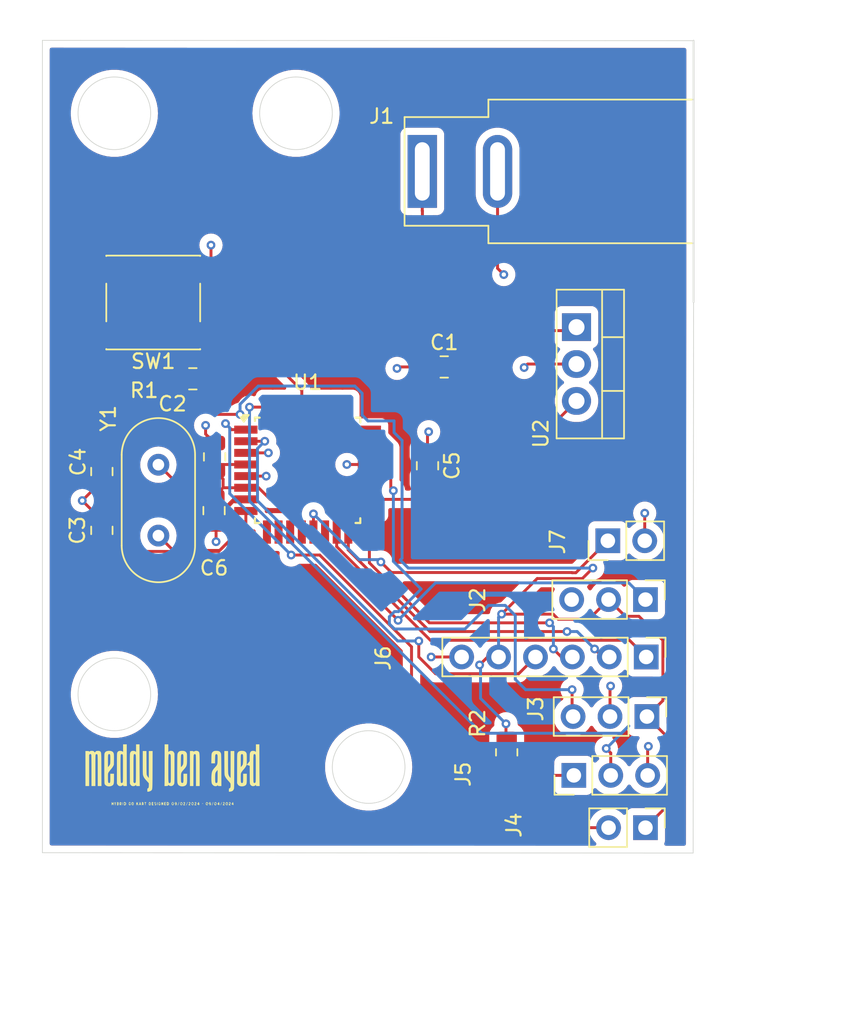
<source format=kicad_pcb>
(kicad_pcb (version 20240108) (generator "pcbnew") (generator_version "8.0")
  (title_block (title "pcb hyb cr") (date "09/03/2024"))
  (layers (0 "F.Cu" signal) (1 "In1.Cu" power) (2 "In2.Cu" power) (31 "B.Cu" signal) (34 "B.Paste" user) (35 "F.Paste" user) (36 "B.SilkS" user "B.Silkscreen") (37 "F.SilkS" user "F.Silkscreen") (38 "B.Mask" user) (39 "F.Mask" user) (44 "Edge.Cuts" user))
  (net 0 "")
  (net 1 "+3.3V")
  (net 5 "GND")
  (net 8 "Net-(U1-XTAL1{slash}PB6)")
  (net 10 "Net-(U1-~{RESET}{slash}PC6)")
  (net 11 "Net-(J4-Pin_2)")
  (net 12 "Net-(J3-Pin_3)")
  (net 13 "Net-(J7-Pin_1)")
  (net 14 "Net-(J6-Pin_3)")
  (net 15 "Net-(U1-AVCC)")
  (net 16 "Net-(J6-Pin_1)")
  (net 18 "Net-(J5-Pin_2)")
  (net 21 "Net-(J6-Pin_4)")
  (net 22 "Net-(J6-Pin_2)")
  (net 26 "Net-(U1-XTAL2{slash}PB7)")
  (net 29 "Net-(J2-Pin_1)")
  (net 30 "Net-(U2-VI)")
  (net 31 "Net-(J5-Pin_1)")
  (footprint "Library:logo" (layer "F.Cu") (at 209.35 139.11)
    (property "Reference" " " (hide yes))
    (property "Value" " " (hide yes))
  )
  (footprint "Capacitor_SMD:C_0805_2012Metric" (layer "F.Cu") (at 204.14 121.21 90)
    (property "Reference" "C3" (at 0 -1.68 90) (layer "F.SilkS"))
    (property "Value" "22pF")
    (pad "1" smd roundrect (at -0.95 0 90) (size 1 1.45) (layers "F.Cu" "F.Paste" "F.Mask") (net 26 "Net-(U1-XTAL2{slash}PB7)"))
    (pad "2" smd roundrect (at 0.95 0 90) (size 1 1.45) (layers "F.Cu" "F.Paste" "F.Mask") (net 5 "GND"))
  )
  (footprint "Capacitor_SMD:C_0805_2012Metric" (layer "F.Cu") (at 211.9 116.15 -90)
    (property "Reference" "C2" (at -3.65 2.9 0) (layer "F.SilkS"))
    (property "Value" "C")
    (pad "1" smd roundrect (at -0.95 0 270) (size 1 1.45) (layers "F.Cu" "F.Paste" "F.Mask") (net 5 "GND"))
    (pad "2" smd roundrect (at 0.95 0 270) (size 1 1.45) (layers "F.Cu" "F.Paste" "F.Mask") (net 15 "Net-(U1-AVCC)"))
  )
  (footprint "Connector_PinHeader_2.54mm:PinHeader_1x02_P2.54mm_Vertical" (layer "F.Cu") (at 241.55 141.675 -90)
    (property "Reference" "J4" (at -0.175 9.05 90) (layer "F.SilkS"))
    (property "Value" "Conn_01x02")
    (pad "1" thru_hole rect (at 0 0 270) (size 1.7 1.7) (drill 1) (layers "*.Cu" "*.Mask") (net 1 "+3.3V"))
    (pad "2" thru_hole oval (at 0 2.54 270) (size 1.7 1.7) (drill 1) (layers "*.Cu" "*.Mask") (net 11 "Net-(J4-Pin_2)"))
  )
  (footprint "Connector_PinHeader_2.54mm:PinHeader_1x06_P2.54mm_Vertical" (layer "F.Cu") (at 241.6 129.925 -90)
    (property "Reference" "J6" (at 0.075 18.1 90) (layer "F.SilkS"))
    (property "Value" "Conn_01x06")
    (pad "1" thru_hole rect (at 0 0 270) (size 1.7 1.7) (drill 1) (layers "*.Cu" "*.Mask") (net 16 "Net-(J6-Pin_1)"))
    (pad "2" thru_hole oval (at 0 2.54 270) (size 1.7 1.7) (drill 1) (layers "*.Cu" "*.Mask") (net 22 "Net-(J6-Pin_2)"))
    (pad "3" thru_hole oval (at 0 5.08 270) (size 1.7 1.7) (drill 1) (layers "*.Cu" "*.Mask") (net 14 "Net-(J6-Pin_3)"))
    (pad "4" thru_hole oval (at 0 7.62 270) (size 1.7 1.7) (drill 1) (layers "*.Cu" "*.Mask") (net 21 "Net-(J6-Pin_4)"))
    (pad "5" thru_hole oval (at 0 10.16 270) (size 1.7 1.7) (drill 1) (layers "*.Cu" "*.Mask") (net 1 "+3.3V"))
    (pad "6" thru_hole oval (at 0 12.7 270) (size 1.7 1.7) (drill 1) (layers "*.Cu" "*.Mask") (net 5 "GND"))
  )
  (footprint "Capacitor_SMD:C_0805_2012Metric" (layer "F.Cu") (at 211.86 119.85 90)
    (property "Reference" "C6" (at -3.95 0 0) (layer "F.SilkS"))
    (property "Value" "C")
    (pad "1" smd roundrect (at -0.95 0 90) (size 1 1.45) (layers "F.Cu" "F.Paste" "F.Mask") (net 5 "GND"))
    (pad "2" smd roundrect (at 0.95 0 90) (size 1 1.45) (layers "F.Cu" "F.Paste" "F.Mask") (net 15 "Net-(U1-AVCC)"))
  )
  (footprint "Button_Switch_SMD:SW_Push_1P1T_NO_6x6mm_H9.5mm" (layer "F.Cu") (at 207.675 105.525 180)
    (property "Reference" "SW1" (at 0 -4.05 0) (layer "F.SilkS"))
    (property "Value" "SW_Push")
    (pad "1" smd rect (at -3.975 -2.25 180) (size 1.55 1.3) (layers "F.Cu" "F.Paste" "F.Mask") (net 10 "Net-(U1-~{RESET}{slash}PC6)"))
    (pad "1" smd rect (at 3.975 -2.25 180) (size 1.55 1.3) (layers "F.Cu" "F.Paste" "F.Mask") (net 10 "Net-(U1-~{RESET}{slash}PC6)"))
    (pad "2" smd rect (at -3.975 2.25 180) (size 1.55 1.3) (layers "F.Cu" "F.Paste" "F.Mask") (net 5 "GND"))
    (pad "2" smd rect (at 3.975 2.25 180) (size 1.55 1.3) (layers "F.Cu" "F.Paste" "F.Mask") (net 5 "GND"))
  )
  (footprint "Package_QFP:TQFP-32_7x7mm_P0.8mm" (layer "F.Cu") (at 218.3 117.075)
    (property "Reference" "U1" (at 0 -6.05 0) (layer "F.SilkS"))
    (property "Value" "ATmega328P-A")
    (pad "1" smd rect (at -4.25 -2.8) (size 1.6 0.55) (layers "F.Cu" "F.Paste" "F.Mask") (net 11 "Net-(J4-Pin_2)"))
    (pad "2" smd rect (at -4.25 -2) (size 1.6 0.55) (layers "F.Cu" "F.Paste" "F.Mask") (net 21 "Net-(J6-Pin_4)"))
    (pad "3" smd rect (at -4.25 -1.2) (size 1.6 0.55) (layers "F.Cu" "F.Paste" "F.Mask") (net 5 "GND"))
    (pad "4" smd rect (at -4.25 -0.4) (size 1.6 0.55) (layers "F.Cu" "F.Paste" "F.Mask") (net 15 "Net-(U1-AVCC)"))
    (pad "5" smd rect (at -4.25 0.4) (size 1.6 0.55) (layers "F.Cu" "F.Paste" "F.Mask") (net 5 "GND"))
    (pad "6" smd rect (at -4.25 1.2) (size 1.6 0.55) (layers "F.Cu" "F.Paste" "F.Mask") (net 15 "Net-(U1-AVCC)"))
    (pad "7" smd rect (at -4.25 2) (size 1.6 0.55) (layers "F.Cu" "F.Paste" "F.Mask") (net 8 "Net-(U1-XTAL1{slash}PB6)"))
    (pad "8" smd rect (at -4.25 2.8) (size 1.6 0.55) (layers "F.Cu" "F.Paste" "F.Mask") (net 26 "Net-(U1-XTAL2{slash}PB7)"))
    (pad "9" smd rect (at -2.8 4.25 90) (size 1.6 0.55) (layers "F.Cu" "F.Paste" "F.Mask"))
    (pad "10" smd rect (at -2 4.25 90) (size 1.6 0.55) (layers "F.Cu" "F.Paste" "F.Mask"))
    (pad "11" smd rect (at -1.2 4.25 90) (size 1.6 0.55) (layers "F.Cu" "F.Paste" "F.Mask"))
    (pad "12" smd rect (at -0.4 4.25 90) (size 1.6 0.55) (layers "F.Cu" "F.Paste" "F.Mask"))
    (pad "13" smd rect (at 0.4 4.25 90) (size 1.6 0.55) (layers "F.Cu" "F.Paste" "F.Mask") (net 13 "Net-(J7-Pin_1)"))
    (pad "14" smd rect (at 1.2 4.25 90) (size 1.6 0.55) (layers "F.Cu" "F.Paste" "F.Mask") (net 29 "Net-(J2-Pin_1)"))
    (pad "15" smd rect (at 2 4.25 90) (size 1.6 0.55) (layers "F.Cu" "F.Paste" "F.Mask") (net 16 "Net-(J6-Pin_1)"))
    (pad "16" smd rect (at 2.8 4.25 90) (size 1.6 0.55) (layers "F.Cu" "F.Paste" "F.Mask") (net 22 "Net-(J6-Pin_2)"))
    (pad "17" smd rect (at 4.25 2.8) (size 1.6 0.55) (layers "F.Cu" "F.Paste" "F.Mask") (net 14 "Net-(J6-Pin_3)"))
    (pad "18" smd rect (at 4.25 2) (size 1.6 0.55) (layers "F.Cu" "F.Paste" "F.Mask") (net 15 "Net-(U1-AVCC)"))
    (pad "19" smd rect (at 4.25 1.2) (size 1.6 0.55) (layers "F.Cu" "F.Paste" "F.Mask"))
    (pad "20" smd rect (at 4.25 0.4) (size 1.6 0.55) (layers "F.Cu" "F.Paste" "F.Mask"))
    (pad "21" smd rect (at 4.25 -0.4) (size 1.6 0.55) (layers "F.Cu" "F.Paste" "F.Mask") (net 5 "GND"))
    (pad "22" smd rect (at 4.25 -1.2) (size 1.6 0.55) (layers "F.Cu" "F.Paste" "F.Mask"))
    (pad "23" smd rect (at 4.25 -2) (size 1.6 0.55) (layers "F.Cu" "F.Paste" "F.Mask") (net 12 "Net-(J3-Pin_3)"))
    (pad "24" smd rect (at 4.25 -2.8) (size 1.6 0.55) (layers "F.Cu" "F.Paste" "F.Mask"))
    (pad "25" smd rect (at 2.8 -4.25 90) (size 1.6 0.55) (layers "F.Cu" "F.Paste" "F.Mask"))
    (pad "26" smd rect (at 2 -4.25 90) (size 1.6 0.55) (layers "F.Cu" "F.Paste" "F.Mask"))
    (pad "27" smd rect (at 1.2 -4.25 90) (size 1.6 0.55) (layers "F.Cu" "F.Paste" "F.Mask"))
    (pad "28" smd rect (at 0.4 -4.25 90) (size 1.6 0.55) (layers "F.Cu" "F.Paste" "F.Mask"))
    (pad "29" smd rect (at -0.4 -4.25 90) (size 1.6 0.55) (layers "F.Cu" "F.Paste" "F.Mask") (net 10 "Net-(U1-~{RESET}{slash}PC6)"))
    (pad "30" smd rect (at -1.2 -4.25 90) (size 1.6 0.55) (layers "F.Cu" "F.Paste" "F.Mask"))
    (pad "31" smd rect (at -2 -4.25 90) (size 1.6 0.55) (layers "F.Cu" "F.Paste" "F.Mask"))
    (pad "32" smd rect (at -2.8 -4.25 90) (size 1.6 0.55) (layers "F.Cu" "F.Paste" "F.Mask") (net 18 "Net-(J5-Pin_2)"))
  )
  (footprint "Capacitor_SMD:C_0805_2012Metric" (layer "F.Cu") (at 210.4 110.775)
    (property "Reference" "R1" (at -3.35 0.8 0) (layer "F.SilkS"))
    (property "Value" "10kΩ" (hide yes))
    (pad "1" smd roundrect (at -0.95 0) (size 1 1.45) (layers "F.Cu" "F.Paste" "F.Mask") (net 1 "+3.3V"))
    (pad "2" smd roundrect (at 0.95 0) (size 1 1.45) (layers "F.Cu" "F.Paste" "F.Mask") (net 10 "Net-(U1-~{RESET}{slash}PC6)"))
  )
  (footprint "Capacitor_SMD:C_0805_2012Metric" (layer "F.Cu") (at 226.55 116.76 -90)
    (property "Reference" "C5" (at 0 -1.68 90) (layer "F.SilkS"))
    (property "Value" "0.1µF")
    (pad "1" smd roundrect (at -0.95 0 270) (size 1 1.45) (layers "F.Cu" "F.Paste" "F.Mask") (net 5 "GND"))
    (pad "2" smd roundrect (at 0.95 0 270) (size 1 1.45) (layers "F.Cu" "F.Paste" "F.Mask") (net 15 "Net-(U1-AVCC)"))
  )
  (footprint "Connector_BarrelJack:BarrelJack_SwitchcraftConxall_RAPC10U_Horizontal" (layer "F.Cu") (at 226.19 96.5 180)
    (property "Reference" "J1" (at 2.79 3.8 0) (layer "F.SilkS"))
    (property "Value" "Barrel_Jack")
    (fp_line (start -18.67 -9) (end -18.67 9) (stroke (width 0.12)) (layer "Edge.Cuts"))
    (pad "1" thru_hole rect (at 0 0 180) (size 2.02 5.02) (drill oval 1.02 4.02) (layers "*.Cu" "*.Mask") (net 30 "Net-(U2-VI)"))
    (pad "2" thru_hole oval (at -5.18 0 180) (size 2.02 5.02) (drill oval 1.02 4.02) (layers "*.Cu" "*.Mask") (net 5 "GND"))
  )
  (footprint "Capacitor_SMD:C_0805_2012Metric" (layer "F.Cu") (at 227.7 109.959314)
    (property "Reference" "C1" (at 0 -1.68 0) (layer "F.SilkS"))
    (property "Value" "0.1µF")
    (pad "1" smd roundrect (at -0.95 0) (size 1 1.45) (layers "F.Cu" "F.Paste" "F.Mask") (net 5 "GND"))
    (pad "2" smd roundrect (at 0.95 0) (size 1 1.45) (layers "F.Cu" "F.Paste" "F.Mask") (net 30 "Net-(U2-VI)"))
  )
  (footprint "Connector_PinHeader_2.54mm:PinHeader_1x03_P2.54mm_Vertical" (layer "F.Cu") (at 241.55 125.975 -90)
    (property "Reference" "J2" (at 0.025 11.55 90) (layer "F.SilkS"))
    (property "Value" "Conn_01x03")
    (pad "1" thru_hole rect (at 0 0 270) (size 1.7 1.7) (drill 1) (layers "*.Cu" "*.Mask") (net 29 "Net-(J2-Pin_1)"))
    (pad "2" thru_hole oval (at 0 2.54 270) (size 1.7 1.7) (drill 1) (layers "*.Cu" "*.Mask") (net 1 "+3.3V"))
    (pad "3" thru_hole oval (at 0 5.08 270) (size 1.7 1.7) (drill 1) (layers "*.Cu" "*.Mask") (net 5 "GND"))
  )
  (footprint "Resistor_SMD:R_0805_2012Metric" (layer "F.Cu") (at 232 136.4875 -90)
    (property "Reference" "R2" (at -1.9875 2 90) (layer "F.SilkS"))
    (property "Value" "10kΩ")
    (pad "1" smd roundrect (at -0.9125 0 270) (size 1.025 1.4) (layers "F.Cu" "F.Paste" "F.Mask") (roundrect_rratio 0.243902) (net 1 "+3.3V"))
    (pad "2" smd roundrect (at 0.9125 0 270) (size 1.025 1.4) (layers "F.Cu" "F.Paste" "F.Mask") (roundrect_rratio 0.243902) (net 31 "Net-(J5-Pin_1)"))
  )
  (footprint "Capacitor_SMD:C_0805_2012Metric" (layer "F.Cu") (at 204.14 117.16 -90)
    (property "Reference" "C4" (at -0.66 1.64 -90) (layer "F.SilkS"))
    (property "Value" "22pF")
    (pad "1" smd roundrect (at -0.95 0 270) (size 1 1.45) (layers "F.Cu" "F.Paste" "F.Mask") (net 8 "Net-(U1-XTAL1{slash}PB6)"))
    (pad "2" smd roundrect (at 0.95 0 270) (size 1 1.45) (layers "F.Cu" "F.Paste" "F.Mask") (net 5 "GND"))
  )
  (footprint "Package_TO_SOT_THT:TO-220-3_Vertical" (layer "F.Cu") (at 236.805 107.219314 -90)
    (property "Reference" "U2" (at 7.33 2.45 90) (layer "F.SilkS"))
    (property "Value" "LM7805_TO220")
    (pad "1" thru_hole rect (at 0 0 270) (size 1.905 2) (drill 1.1) (layers "*.Cu" "*.Mask") (net 30 "Net-(U2-VI)"))
    (pad "2" thru_hole oval (at 2.54 0 270) (size 1.905 2) (drill 1.1) (layers "*.Cu" "*.Mask") (net 5 "GND"))
    (pad "3" thru_hole oval (at 5.08 0 270) (size 1.905 2) (drill 1.1) (layers "*.Cu" "*.Mask") (net 15 "Net-(U1-AVCC)"))
  )
  (footprint "Connector_PinHeader_2.54mm:PinHeader_1x02_P2.54mm_Vertical" (layer "F.Cu") (at 238.96 121.925 90)
    (property "Reference" "J7" (at -0.075 -3.46 90) (layer "F.SilkS"))
    (property "Value" "Conn_01x02")
    (pad "1" thru_hole rect (at 0 0 90) (size 1.7 1.7) (drill 1) (layers "*.Cu" "*.Mask") (net 13 "Net-(J7-Pin_1)"))
    (pad "2" thru_hole oval (at 0 2.54 90) (size 1.7 1.7) (drill 1) (layers "*.Cu" "*.Mask") (net 5 "GND"))
  )
  (footprint "Crystal:Crystal_HC49-U_Vertical" (layer "F.Cu") (at 208.03 116.69 -90)
    (property "Reference" "Y1" (at -3.19 3.45 90) (layer "F.SilkS"))
    (property "Value" "Crystal")
    (pad "1" thru_hole circle (at 0 0 270) (size 1.5 1.5) (drill 0.8) (layers "*.Cu" "*.Mask") (net 8 "Net-(U1-XTAL1{slash}PB6)"))
    (pad "2" thru_hole circle (at 4.88 0 270) (size 1.5 1.5) (drill 0.8) (layers "*.Cu" "*.Mask") (net 26 "Net-(U1-XTAL2{slash}PB7)"))
  )
  (footprint "Connector_PinHeader_2.54mm:PinHeader_1x03_P2.54mm_Vertical" (layer "F.Cu") (at 236.62 138.075 90)
    (property "Reference" "J5" (at 0.075 -7.62 90) (layer "F.SilkS"))
    (property "Value" "Conn_01x03")
    (pad "1" thru_hole rect (at 0 0 90) (size 1.7 1.7) (drill 1) (layers "*.Cu" "*.Mask") (net 31 "Net-(J5-Pin_1)"))
    (pad "2" thru_hole oval (at 0 2.54 90) (size 1.7 1.7) (drill 1) (layers "*.Cu" "*.Mask") (net 18 "Net-(J5-Pin_2)"))
    (pad "3" thru_hole oval (at 0 5.08 90) (size 1.7 1.7) (drill 1) (layers "*.Cu" "*.Mask") (net 5 "GND"))
  )
  (footprint "Connector_PinHeader_2.54mm:PinHeader_1x03_P2.54mm_Vertical" (layer "F.Cu") (at 241.65 134.025 -90)
    (property "Reference" "J3" (at -0.525 7.65 90) (layer "F.SilkS"))
    (property "Value" "Conn_01x03")
    (pad "1" thru_hole rect (at 0 0 270) (size 1.7 1.7) (drill 1) (layers "*.Cu" "*.Mask") (net 1 "+3.3V"))
    (pad "2" thru_hole oval (at 0 2.54 270) (size 1.7 1.7) (drill 1) (layers "*.Cu" "*.Mask") (net 5 "GND"))
    (pad "3" thru_hole oval (at 0 5.08 270) (size 1.7 1.7) (drill 1) (layers "*.Cu" "*.Mask") (net 12 "Net-(J3-Pin_3)"))
  )
  (gr_line (start 244.86 105.5) (end 244.83 143.42) (stroke (width 0.05)) (layer "Edge.Cuts"))
  (gr_line (start 200.05 143.4) (end 244.83 143.42) (stroke (width 0.05)) (layer "Edge.Cuts"))
  (gr_circle (center 222.5 137.5) (end 220 137.5) (stroke (width 0.05)) (fill none) (layer "Edge.Cuts"))
  (gr_circle (center 205 132.5) (end 205 130) (stroke (width 0.05)) (fill none) (layer "Edge.Cuts"))
  (gr_line (start 200.05 87.48) (end 200.05 143.4) (stroke (width 0.05)) (layer "Edge.Cuts"))
  (gr_circle (center 205 92.5) (end 207.5 92.5) (stroke (width 0.05)) (fill none) (layer "Edge.Cuts"))
  (gr_line (start 244.86 87.5) (end 200.05 87.48) (stroke (width 0.05)) (layer "Edge.Cuts"))
  (gr_circle (center 217.5 92.5) (end 217.5 90) (stroke (width 0.05)) (fill none) (layer "Edge.Cuts"))
  (segment (start 240.16 127.125) (end 239.01 125.975) (width 0.2) (layer "F.Cu") (net 1))
  (segment (start 241.55 141.675) (end 242.9 140.325) (width 0.2) (layer "F.Cu") (net 1))
  (segment (start 231.95 134.525) (end 231.95 135.525) (width 0.2) (layer "F.Cu") (net 1))
  (segment (start 234.1 124.525) (end 237.20853 124.525) (width 0.2) (layer "F.Cu") (net 1))
  (segment (start 242.9 140.325) (end 243.2 140.325) (width 0.2) (layer "F.Cu") (net 1))
  (segment (start 230.682885 129.925) (end 230.132885 130.475) (width 0.2) (layer "F.Cu") (net 1))
  (segment (start 231.95 135.525) (end 232 135.575) (width 0.2) (layer "F.Cu") (net 1))
  (segment (start 243.2 140.325) (end 243.2 135.575) (width 0.2) (layer "F.Cu") (net 1))
  (segment (start 231.65 126.975) (end 234.1 124.525) (width 0.2) (layer "F.Cu") (net 1))
  (segment (start 242.75 128.775) (end 241.1 127.125) (width 0.2) (layer "F.Cu") (net 1))
  (segment (start 242.75 132.925) (end 242.75 128.775) (width 0.2) (layer "F.Cu") (net 1))
  (segment (start 237.20853 124.525) (end 237.929265 123.804265) (width 0.2) (layer "F.Cu") (net 1))
  (segment (start 209.45 110.775) (end 211.9 113.225) (width 0.2) (layer "F.Cu") (net 1))
  (segment (start 231.44 129.925) (end 230.682885 129.925) (width 0.2) (layer "F.Cu") (net 1))
  (segment (start 237.658529 127.326471) (end 235.55 127.326471) (width 0.2) (layer "F.Cu") (net 1))
  (segment (start 235.198529 126.975) (end 231.65 126.975) (width 0.2) (layer "F.Cu") (net 1))
  (segment (start 239.01 125.975) (end 237.658529 127.326471) (width 0.2) (layer "F.Cu") (net 1))
  (segment (start 211.9 113.225) (end 213.65 113.225) (width 0.2) (layer "F.Cu") (net 1))
  (segment (start 235.55 127.326471) (end 235.198529 126.975) (width 0.2) (layer "F.Cu") (net 1))
  (segment (start 243.2 135.575) (end 241.65 134.025) (width 0.2) (layer "F.Cu") (net 1))
  (segment (start 241.65 134.025) (end 242.75 132.925) (width 0.2) (layer "F.Cu") (net 1))
  (segment (start 241.1 127.125) (end 240.16 127.125) (width 0.2) (layer "F.Cu") (net 1))
  (via (at 213.65 113.225) (size 0.6) (drill 0.3) (layers "F.Cu" "B.Cu") (net 1))
  (via (at 231.95 134.525) (size 0.6) (drill 0.3) (layers "F.Cu" "B.Cu") (net 1))
  (via (at 237.929265 123.804265) (size 0.6) (drill 0.3) (layers "F.Cu" "B.Cu") (net 1))
  (via (at 231.65 126.975) (size 0.6) (drill 0.3) (layers "F.Cu" "B.Cu") (net 1))
  (via (at 230.132885 130.475) (size 0.6) (drill 0.3) (layers "F.Cu" "B.Cu") (net 1))
  (segment (start 222.05 113.275) (end 222.45 113.675) (width 0.2) (layer "B.Cu") (net 1))
  (segment (start 231.65 126.975) (end 231.44 127.185) (width 0.2) (layer "B.Cu") (net 1))
  (segment (start 224.674632 123.250367) (end 225.22853 123.804265) (width 0.2) (layer "B.Cu") (net 1))
  (segment (start 230.132885 130.475) (end 230.2 130.542115) (width 0.2) (layer "B.Cu") (net 1))
  (segment (start 230.2 130.542115) (end 230.2 132.775) (width 0.2) (layer "B.Cu") (net 1))
  (segment (start 224.8 123.124999) (end 224.674632 123.250367) (width 0.2) (layer "B.Cu") (net 1))
  (segment (start 231.44 127.185) (end 231.44 129.925) (width 0.2) (layer "B.Cu") (net 1))
  (segment (start 222.45 113.675) (end 224.25 113.675) (width 0.2) (layer "B.Cu") (net 1))
  (segment (start 230.2 132.775) (end 231.95 134.525) (width 0.2) (layer "B.Cu") (net 1))
  (segment (start 213.65 112.526471) (end 214.901471 111.275) (width 0.2) (layer "B.Cu") (net 1))
  (segment (start 222.05 111.775) (end 222.05 113.275) (width 0.2) (layer "B.Cu") (net 1))
  (segment (start 221.55 111.275) (end 222.05 111.775) (width 0.2) (layer "B.Cu") (net 1))
  (segment (start 224.8 115.025) (end 224.8 123.124999) (width 0.2) (layer "B.Cu") (net 1))
  (segment (start 224.25 113.675) (end 224.25 114.475) (width 0.2) (layer "B.Cu") (net 1))
  (segment (start 213.65 113.225) (end 213.65 112.526471) (width 0.2) (layer "B.Cu") (net 1))
  (segment (start 214.901471 111.275) (end 221.55 111.275) (width 0.2) (layer "B.Cu") (net 1))
  (segment (start 224.25 114.475) (end 224.8 115.025) (width 0.2) (layer "B.Cu") (net 1))
  (segment (start 225.22853 123.804265) (end 237.929265 123.804265) (width 0.2) (layer "B.Cu") (net 1))
  (segment (start 231.8 103.6) (end 231.37 103.17) (width 0.2) (layer "F.Cu") (net 5))
  (segment (start 241.5 120.025) (end 241.5 121.925) (width 0.2) (layer "F.Cu") (net 5))
  (segment (start 211.65 103.275) (end 203.7 103.275) (width 0.2) (layer "F.Cu") (net 5))
  (segment (start 220.85 116.675) (end 221 116.675) (width 0.2) (layer "F.Cu") (net 5))
  (segment (start 212 120.94) (end 211.86 120.8) (width 0.2) (layer "F.Cu") (net 5))
  (segment (start 239.11 134.025) (end 239.11 131.965) (width 0.2) (layer "F.Cu") (net 5))
  (segment (start 211.65 101.575) (end 211.65 103.275) (width 0.2) (layer "F.Cu") (net 5))
  (segment (start 226.55 114.5) (end 226.63 114.42) (width 0.2) (layer "F.Cu") (net 5))
  (segment (start 226.55 115.81) (end 226.55 114.5) (width 0.2) (layer "F.Cu") (net 5))
  (segment (start 221 116.675) (end 222.55 116.675) (width 0.2) (layer "F.Cu") (net 5))
  (segment (start 236.805 109.759314) (end 233.440686 109.759314) (width 0.2) (layer "F.Cu") (net 5))
  (segment (start 233.440686 109.759314) (end 233.2 110) (width 0.2) (layer "F.Cu") (net 5))
  (segment (start 228.9 129.925) (end 226.8 129.925) (width 0.2) (layer "F.Cu") (net 5))
  (segment (start 241.7 138.075) (end 241.7 136.125) (width 0.2) (layer "F.Cu") (net 5))
  (segment (start 224.55 109.959314) (end 224.45 110.059314) (width 0.2) (layer "F.Cu") (net 5))
  (segment (start 203.84 118.11) (end 202.79 119.16) (width 0.2) (layer "F.Cu") (net 5))
  (segment (start 226.75 109.959314) (end 224.55 109.959314) (width 0.2) (layer "F.Cu") (net 5))
  (segment (start 211.28 114.58) (end 211.9 115.2) (width 0.2) (layer "F.Cu") (net 5))
  (segment (start 241.7 136.125) (end 241.75 136.075) (width 0.2) (layer "F.Cu") (net 5))
  (segment (start 239.11 131.965) (end 239.15 131.925) (width 0.2) (layer "F.Cu") (net 5))
  (segment (start 231.37 103.17) (end 231.37 96.5) (width 0.2) (layer "F.Cu") (net 5))
  (segment (start 215.6 115.875) (end 214.05 115.875) (width 0.2) (layer "F.Cu") (net 5))
  (segment (start 203.89 120.26) (end 202.79 119.16) (width 0.2) (layer "F.Cu") (net 5))
  (segment (start 211.28 113.98) (end 211.28 114.58) (width 0.2) (layer "F.Cu") (net 5))
  (segment (start 215.45 117.475) (end 214.05 117.475) (width 0.2) (layer "F.Cu") (net 5))
  (segment (start 212 121.99) (end 212 120.94) (width 0.2) (layer "F.Cu") (net 5))
  (via (at 212 121.99) (size 0.6) (drill 0.3) (layers "F.Cu" "B.Cu") (net 5))
  (via (at 215.6 115.875) (size 0.6) (drill 0.3) (layers "F.Cu" "B.Cu") (net 5))
  (via (at 202.79 119.16) (size 0.6) (drill 0.3) (layers "F.Cu" "B.Cu") (net 5))
  (via (at 239.15 131.925) (size 0.6) (drill 0.3) (layers "F.Cu" "B.Cu") (net 5))
  (via (at 233.2 110) (size 0.6) (drill 0.3) (layers "F.Cu" "B.Cu") (net 5))
  (via (at 221 116.675) (size 0.6) (drill 0.3) (layers "F.Cu" "B.Cu") (net 5))
  (via (at 211.65 101.575) (size 0.6) (drill 0.3) (layers "F.Cu" "B.Cu") (net 5))
  (via (at 241.5 120.025) (size 0.6) (drill 0.3) (layers "F.Cu" "B.Cu") (net 5))
  (via (at 231.8 103.6) (size 0.6) (drill 0.3) (layers "F.Cu" "B.Cu") (net 5))
  (via (at 226.8 129.925) (size 0.6) (drill 0.3) (layers "F.Cu" "B.Cu") (net 5))
  (via (at 215.45 117.475) (size 0.6) (drill 0.3) (layers "F.Cu" "B.Cu") (net 5))
  (via (at 241.75 136.075) (size 0.6) (drill 0.3) (layers "F.Cu" "B.Cu") (net 5))
  (via (at 211.28 113.98) (size 0.6) (drill 0.3) (layers "F.Cu" "B.Cu") (net 5))
  (via (at 226.63 114.42) (size 0.6) (drill 0.3) (layers "F.Cu" "B.Cu") (net 5))
  (via (at 224.45 110.059314) (size 0.6) (drill 0.3) (layers "F.Cu" "B.Cu") (net 5))
  (segment (start 212.569744 119.7) (end 213.194744 119.075) (width 0.2) (layer "F.Cu") (net 8))
  (segment (start 211.04 119.7) (end 212.71 119.7) (width 0.2) (layer "F.Cu") (net 8))
  (segment (start 208.03 116.69) (end 211.04 119.7) (width 0.2) (layer "F.Cu") (net 8))
  (segment (start 204.14 116.21) (end 207.63 119.7) (width 0.2) (layer "F.Cu") (net 8))
  (segment (start 207.63 119.7) (end 212.569744 119.7) (width 0.2) (layer "F.Cu") (net 8))
  (segment (start 212.71 119.7) (end 213.335 119.075) (width 0.2) (layer "F.Cu") (net 8))
  (segment (start 213.194744 119.075) (end 214.05 119.075) (width 0.2) (layer "F.Cu") (net 8))
  (segment (start 213.335 119.075) (end 214.05 119.075) (width 0.2) (layer "F.Cu") (net 8))
  (segment (start 212.7 109.425) (end 215.75 109.425) (width 0.2) (layer "F.Cu") (net 10))
  (segment (start 208.875 107.775) (end 203.7 107.775) (width 0.2) (layer "F.Cu") (net 10))
  (segment (start 214.15 107.825) (end 215.75 109.425) (width 0.2) (layer "F.Cu") (net 10))
  (segment (start 217.9 111.575) (end 217.9 112.825) (width 0.2) (layer "F.Cu") (net 10))
  (segment (start 215.75 109.425) (end 210.525 109.425) (width 0.2) (layer "F.Cu") (net 10))
  (segment (start 212.025 107.8) (end 212.05 107.825) (width 0.2) (layer "F.Cu") (net 10))
  (segment (start 212.025 107.775) (end 212.025 107.8) (width 0.2) (layer "F.Cu") (net 10))
  (segment (start 212.05 107.825) (end 214.15 107.825) (width 0.2) (layer "F.Cu") (net 10))
  (segment (start 215.75 109.425) (end 217.9 111.575) (width 0.2) (layer "F.Cu") (net 10))
  (segment (start 210.525 109.425) (end 208.875 107.775) (width 0.2) (layer "F.Cu") (net 10))
  (segment (start 211.35 110.775) (end 212.7 109.425) (width 0.2) (layer "F.Cu") (net 10))
  (segment (start 213.065 114.275) (end 214.05 114.275) (width 0.2) (layer "F.Cu") (net 11))
  (segment (start 231.315256 138.2125) (end 225.45 132.347244) (width 0.2) (layer "F.Cu") (net 11))
  (segment (start 235.377756 141.675) (end 235.175 141.675) (width 0.2) (layer "F.Cu") (net 11))
  (segment (start 219.132108 122.907108) (end 217.167892 122.907108) (width 0.2) (layer "F.Cu") (net 11))
  (segment (start 231.7125 138.2125) (end 231.315256 138.2125) (width 0.2) (layer "F.Cu") (net 11))
  (segment (start 239.01 141.675) (end 235.377756 141.675) (width 0.2) (layer "F.Cu") (net 11))
  (segment (start 225.45 132.347244) (end 225.45 129.225) (width 0.2) (layer "F.Cu") (net 11))
  (segment (start 212.65 113.86) (end 213.065 114.275) (width 0.2) (layer "F.Cu") (net 11))
  (segment (start 225.45 129.225) (end 219.132108 122.907108) (width 0.2) (layer "F.Cu") (net 11))
  (segment (start 235.175 141.675) (end 231.7125 138.2125) (width 0.2) (layer "F.Cu") (net 11))
  (via (at 212.65 113.86) (size 0.6) (drill 0.3) (layers "F.Cu" "B.Cu") (net 11))
  (via (at 217.167892 122.907108) (size 0.6) (drill 0.3) (layers "F.Cu" "B.Cu") (net 11))
  (segment (start 212.94 114.15) (end 212.94 118.679216) (width 0.2) (layer "B.Cu") (net 11))
  (segment (start 212.65 113.86) (end 212.94 114.15) (width 0.2) (layer "B.Cu") (net 11))
  (segment (start 212.94 118.679216) (end 217.167892 122.907108) (width 0.2) (layer "B.Cu") (net 11))
  (segment (start 236.5 132.175) (end 236.5 133.955) (width 0.2) (layer "F.Cu") (net 12))
  (segment (start 236.5 133.955) (end 236.57 134.025) (width 0.2) (layer "F.Cu") (net 12))
  (segment (start 223.55 115.075) (end 224.025 115.55) (width 0.2) (layer "F.Cu") (net 12))
  (segment (start 222.55 115.075) (end 223.55 115.075) (width 0.2) (layer "F.Cu") (net 12))
  (segment (start 224.025 115.55) (end 224.025 118.3) (width 0.2) (layer "F.Cu") (net 12))
  (segment (start 224.025 118.3) (end 224.2 118.475) (width 0.2) (layer "F.Cu") (net 12))
  (via (at 224.2 118.475) (size 0.6) (drill 0.3) (layers "F.Cu" "B.Cu") (net 12))
  (via (at 236.5 132.175) (size 0.6) (drill 0.3) (layers "F.Cu" "B.Cu") (net 12))
  (segment (start 223.925735 127.647794) (end 224.277206 127.999265) (width 0.2) (layer "B.Cu") (net 12))
  (segment (start 226.108947 125.250368) (end 224.560049 126.799265) (width 0.2) (layer "B.Cu") (net 12))
  (segment (start 224.2 123.341421) (end 226.108947 125.250368) (width 0.2) (layer "B.Cu") (net 12))
  (segment (start 233.30147 132.175) (end 236.5 132.175) (width 0.2) (layer "B.Cu") (net 12))
  (segment (start 231.898529 126.375) (end 232.59 127.066471) (width 0.2) (layer "B.Cu") (net 12))
  (segment (start 224.560049 126.799265) (end 224.277206 126.799265) (width 0.2) (layer "B.Cu") (net 12))
  (segment (start 224.2 118.475) (end 224.2 123.341421) (width 0.2) (layer "B.Cu") (net 12))
  (segment (start 232.59 127.066471) (end 232.59 131.46353) (width 0.2) (layer "B.Cu") (net 12))
  (segment (start 232.59 131.46353) (end 233.30147 132.175) (width 0.2) (layer "B.Cu") (net 12))
  (segment (start 229.125735 127.999265) (end 230.75 126.375) (width 0.2) (layer "B.Cu") (net 12))
  (segment (start 230.75 126.375) (end 231.898529 126.375) (width 0.2) (layer "B.Cu") (net 12))
  (segment (start 224.277206 126.799265) (end 223.925735 127.150736) (width 0.2) (layer "B.Cu") (net 12))
  (segment (start 224.277206 127.999265) (end 229.125735 127.999265) (width 0.2) (layer "B.Cu") (net 12))
  (segment (start 223.925735 127.150736) (end 223.925735 127.647794) (width 0.2) (layer "B.Cu") (net 12))
  (segment (start 224.064951 124.110049) (end 223.339951 123.385049) (width 0.2) (layer "F.Cu") (net 13))
  (segment (start 218.7 120.075) (end 218.7 121.325) (width 0.2) (layer "F.Cu") (net 13))
  (segment (start 236.5 124.125) (end 236.485049 124.110049) (width 0.2) (layer "F.Cu") (net 13))
  (segment (start 236.485049 124.110049) (end 224.064951 124.110049) (width 0.2) (layer "F.Cu") (net 13))
  (segment (start 238.96 121.925) (end 236.76 124.125) (width 0.2) (layer "F.Cu") (net 13))
  (segment (start 236.76 124.125) (end 236.5 124.125) (width 0.2) (layer "F.Cu") (net 13))
  (via (at 223.339951 123.385049) (size 0.6) (drill 0.3) (layers "F.Cu" "B.Cu") (net 13))
  (via (at 218.7 120.075) (size 0.6) (drill 0.3) (layers "F.Cu" "B.Cu") (net 13))
  (segment (start 218.7 120.075) (end 221.85 123.225) (width 0.2) (layer "B.Cu") (net 13))
  (segment (start 221.85 123.225) (end 223.179902 123.225) (width 0.2) (layer "B.Cu") (net 13))
  (segment (start 223.179902 123.225) (end 223.339951 123.385049) (width 0.2) (layer "B.Cu") (net 13))
  (segment (start 235.762884 129.925) (end 235.212884 129.375) (width 0.2) (layer "F.Cu") (net 14))
  (segment (start 234.95 127.575) (end 226.681372 127.575) (width 0.2) (layer "F.Cu") (net 14))
  (segment (start 226.681372 127.575) (end 222.55 123.443628) (width 0.2) (layer "F.Cu") (net 14))
  (segment (start 222.55 123.443628) (end 222.55 119.875) (width 0.2) (layer "F.Cu") (net 14))
  (segment (start 236.52 129.925) (end 235.762884 129.925) (width 0.2) (layer "F.Cu") (net 14))
  (via (at 234.95 127.575) (size 0.6) (drill 0.3) (layers "F.Cu" "B.Cu") (net 14))
  (via (at 235.212884 129.375) (size 0.6) (drill 0.3) (layers "F.Cu" "B.Cu") (net 14))
  (segment (start 235.212884 127.837884) (end 234.95 127.575) (width 0.2) (layer "B.Cu") (net 14))
  (segment (start 235.212884 129.375) (end 235.212884 127.837884) (width 0.2) (layer "B.Cu") (net 14))
  (segment (start 214.925 118.275) (end 214.05 118.275) (width 0.2) (layer "F.Cu") (net 15))
  (segment (start 215.725 119.075) (end 214.925 118.275) (width 0.2) (layer "F.Cu") (net 15))
  (segment (start 226.55 119.025) (end 226.5 119.075) (width 0.2) (layer "F.Cu") (net 15))
  (segment (start 230.029314 119.075) (end 226.5 119.075) (width 0.2) (layer "F.Cu") (net 15))
  (segment (start 226.5 119.075) (end 222.55 119.075) (width 0.2) (layer "F.Cu") (net 15))
  (segment (start 212.485 117.685) (end 212.485 118.275) (width 0.2) (layer "F.Cu") (net 15))
  (segment (start 236.805 112.299314) (end 230.029314 119.075) (width 0.2) (layer "F.Cu") (net 15))
  (segment (start 222.55 119.075) (end 215.725 119.075) (width 0.2) (layer "F.Cu") (net 15))
  (segment (start 211.9 117.1) (end 212.485 117.685) (width 0.2) (layer "F.Cu") (net 15))
  (segment (start 212.485 118.275) (end 214.05 118.275) (width 0.2) (layer "F.Cu") (net 15))
  (segment (start 211.9 117.1) (end 212.325 116.675) (width 0.2) (layer "F.Cu") (net 15))
  (segment (start 226.55 117.71) (end 226.55 119.025) (width 0.2) (layer "F.Cu") (net 15))
  (segment (start 212.325 116.675) (end 214.05 116.675) (width 0.2) (layer "F.Cu") (net 15))
  (segment (start 211.86 118.9) (end 212.485 118.275) (width 0.2) (layer "F.Cu") (net 15))
  (segment (start 226.75 128.775) (end 220.3 122.325) (width 0.2) (layer "F.Cu") (net 16))
  (segment (start 240.45 128.775) (end 226.75 128.775) (width 0.2) (layer "F.Cu") (net 16))
  (segment (start 241.6 129.925) (end 240.45 128.775) (width 0.2) (layer "F.Cu") (net 16))
  (segment (start 220.3 122.325) (end 220.3 121.325) (width 0.2) (layer "F.Cu") (net 16))
  (segment (start 215.4 112.725) (end 215.5 112.825) (width 0.2) (layer "F.Cu") (net 18))
  (segment (start 239.16 136.535) (end 238.85 136.225) (width 0.2) (layer "F.Cu") (net 18))
  (segment (start 214.3 112.725) (end 215.4 112.725) (width 0.2) (layer "F.Cu") (net 18))
  (segment (start 239.16 138.075) (end 239.16 136.535) (width 0.2) (layer "F.Cu") (net 18))
  (via (at 214.3 112.725) (size 0.6) (drill 0.3) (layers "F.Cu" "B.Cu") (net 18))
  (via (at 238.85 136.225) (size 0.6) (drill 0.3) (layers "F.Cu" "B.Cu") (net 18))
  (segment (start 239.9 135.175) (end 230.284314 135.175) (width 0.2) (layer "B.Cu") (net 18))
  (segment (start 214.3 119.190686) (end 214.3 112.725) (width 0.2) (layer "B.Cu") (net 18))
  (segment (start 238.85 136.225) (end 240.4 134.675) (width 0.2) (layer "B.Cu") (net 18))
  (segment (start 230.284314 135.175) (end 214.3 119.190686) (width 0.2) (layer "B.Cu") (net 18))
  (segment (start 240.4 134.675) (end 239.9 135.175) (width 0.2) (layer "B.Cu") (net 18))
  (segment (start 232.83 131.075) (end 227.101471 131.075) (width 0.2) (layer "F.Cu") (net 21))
  (segment (start 227.101471 131.075) (end 225.950735 129.924264) (width 0.2) (layer "F.Cu") (net 21))
  (segment (start 233.98 129.925) (end 232.83 131.075) (width 0.2) (layer "F.Cu") (net 21))
  (segment (start 215.35 115.075) (end 214.05 115.075) (width 0.2) (layer "F.Cu") (net 21))
  (segment (start 225.950735 129.924264) (end 225.950735 128.824265) (width 0.2) (layer "F.Cu") (net 21))
  (via (at 215.35 115.075) (size 0.6) (drill 0.3) (layers "F.Cu" "B.Cu") (net 21))
  (via (at 225.950735 128.824265) (size 0.6) (drill 0.3) (layers "F.Cu" "B.Cu") (net 21))
  (segment (start 224.499265 128.824265) (end 214.85 119.175) (width 0.2) (layer "B.Cu") (net 21))
  (segment (start 214.85 115.575) (end 215.35 115.075) (width 0.2) (layer "B.Cu") (net 21))
  (segment (start 225.950735 128.824265) (end 224.499265 128.824265) (width 0.2) (layer "B.Cu") (net 21))
  (segment (start 214.85 119.175) (end 214.85 115.575) (width 0.2) (layer "B.Cu") (net 21))
  (segment (start 221.082843 122.542157) (end 221.1 122.525) (width 0.2) (layer "F.Cu") (net 22))
  (segment (start 226.715686 128.175) (end 221.082843 122.542157) (width 0.2) (layer "F.Cu") (net 22))
  (segment (start 239.06 129.925) (end 238.6 129.925) (width 0.2) (layer "F.Cu") (net 22))
  (segment (start 238.6 129.925) (end 238.05 129.375) (width 0.2) (layer "F.Cu") (net 22))
  (segment (start 221.1 122.525) (end 221.1 121.325) (width 0.2) (layer "F.Cu") (net 22))
  (segment (start 236.15 128.175) (end 226.715686 128.175) (width 0.2) (layer "F.Cu") (net 22))
  (via (at 238.05 129.375) (size 0.6) (drill 0.3) (layers "F.Cu" "B.Cu") (net 22))
  (via (at 236.15 128.175) (size 0.6) (drill 0.3) (layers "F.Cu" "B.Cu") (net 22))
  (segment (start 238.05 129.375) (end 236.85 128.175) (width 0.2) (layer "B.Cu") (net 22))
  (segment (start 236.85 128.175) (end 236.15 128.175) (width 0.2) (layer "B.Cu") (net 22))
  (segment (start 204.639938 122.659938) (end 212.178591 122.659938) (width 0.2) (layer "F.Cu") (net 26))
  (segment (start 209.05 122.59) (end 212.248529 122.59) (width 0.2) (layer "F.Cu") (net 26))
  (segment (start 204.14 122.16) (end 204.639938 122.659938) (width 0.2) (layer "F.Cu") (net 26))
  (segment (start 214.05 120.788529) (end 214.05 119.875) (width 0.2) (layer "F.Cu") (net 26))
  (segment (start 208.03 121.57) (end 209.05 122.59) (width 0.2) (layer "F.Cu") (net 26))
  (segment (start 212.178591 122.659938) (end 214.05 120.788529) (width 0.2) (layer "F.Cu") (net 26))
  (segment (start 212.248529 122.59) (end 214.05 120.788529) (width 0.2) (layer "F.Cu") (net 26))
  (segment (start 219.5 121.325) (end 219.5 122.37353) (width 0.2) (layer "F.Cu") (net 29))
  (segment (start 219.5 122.37353) (end 224.525735 127.399265) (width 0.2) (layer "F.Cu") (net 29))
  (via (at 224.525735 127.399265) (size 0.6) (drill 0.3) (layers "F.Cu" "B.Cu") (net 29))
  (segment (start 227.1 124.825) (end 240.4 124.825) (width 0.2) (layer "B.Cu") (net 29))
  (segment (start 240.4 124.825) (end 241.55 125.975) (width 0.2) (layer "B.Cu") (net 29))
  (segment (start 224.525735 127.399265) (end 227.1 124.825) (width 0.2) (layer "B.Cu") (net 29))
  (segment (start 228.25 107.459314) (end 228.65 107.859314) (width 0.2) (layer "F.Cu") (net 30))
  (segment (start 226.2 99.22) (end 226.2 107.459314) (width 0.2) (layer "F.Cu") (net 30))
  (segment (start 226.19 99.21) (end 226.2 99.22) (width 0.2) (layer "F.Cu") (net 30))
  (segment (start 226.2 107.459314) (end 228.25 107.459314) (width 0.2) (layer "F.Cu") (net 30))
  (segment (start 228.25 107.459314) (end 236.565 107.459314) (width 0.2) (layer "F.Cu") (net 30))
  (segment (start 226.19 96.5) (end 226.19 99.21) (width 0.2) (layer "F.Cu") (net 30))
  (segment (start 236.565 107.459314) (end 236.805 107.219314) (width 0.2) (layer "F.Cu") (net 30))
  (segment (start 228.65 107.859314) (end 228.65 109.959314) (width 0.2) (layer "F.Cu") (net 30))
  (segment (start 236.62 138.075) (end 232.675 138.075) (width 0.2) (layer "F.Cu") (net 31))
  (segment (start 232.675 138.075) (end 232 137.4) (width 0.2) (layer "F.Cu") (net 31))
  (zone (net 0) (net_name "") (layers "F&B.Cu") (priority 1) (connect_pads (clearance 0.5)) (min_thickness 0.25) (fill yes (thermal_gap 0.5) (thermal_bridge_width 0.5) (island_removal_mode 1) (island_area_min 10))
    (polygon (pts (xy 197.13 85.13) (xy 197.78 155.13) (xy 247.3 155.1) (xy 246.6 84.7)))
  )
)
</source>
